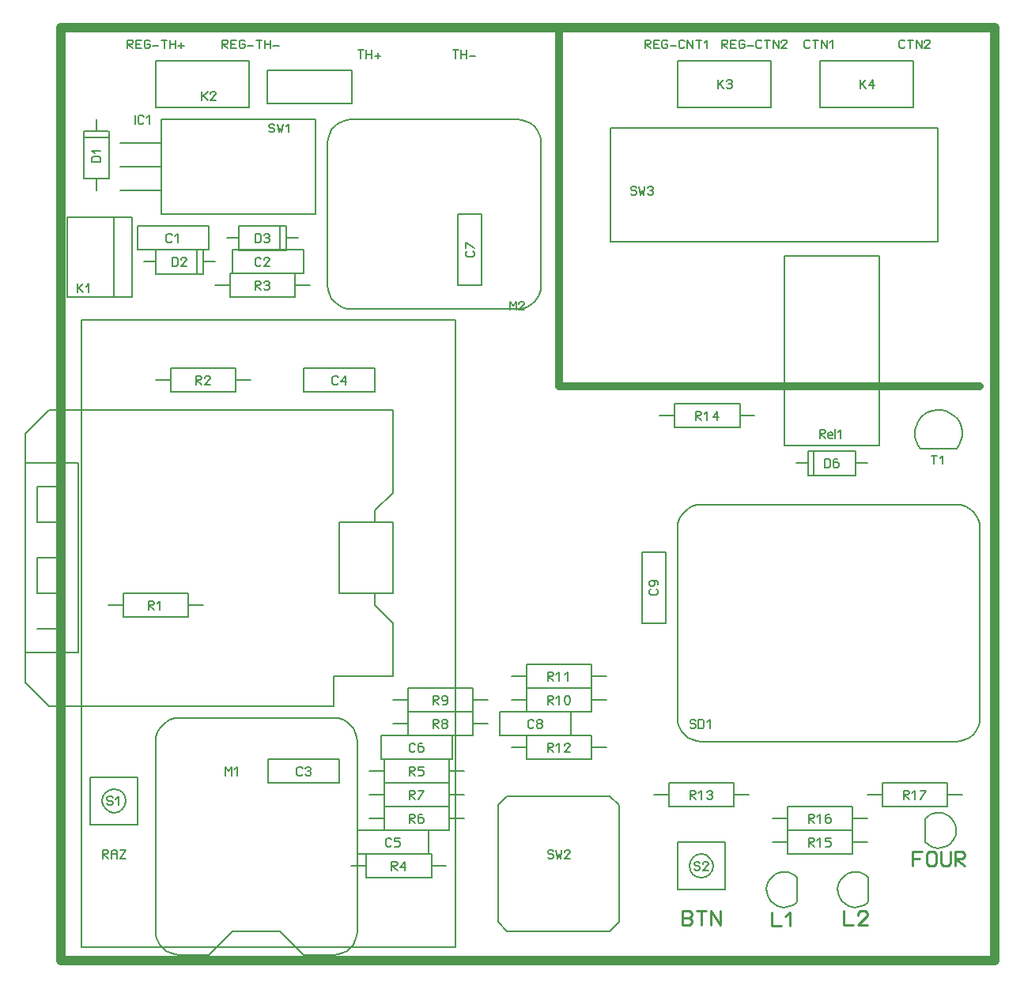
<source format=gto>
%FSLAX24Y24*%
%MOIN*%
%ADD10C,0.0060*%
%ADD11C,0.0069*%
%ADD12C,0.0099*%
%ADD13C,0.0320*%
%ADD14C,0.0394*%
D10*
G01X32202Y20821D02*
X32202Y21178D01*
X32202Y21178D02*
X32380Y21178D01*
X32380Y21178D02*
X32440Y21119D01*
X32440Y21119D02*
X32440Y20880D01*
X32440Y20880D02*
X32380Y20821D01*
X32380Y20821D02*
X32202Y20821D01*
X32738Y21178D02*
X32619Y21178D01*
X32619Y21178D02*
X32559Y21119D01*
X32559Y21119D02*
X32559Y20880D01*
X32559Y20880D02*
X32619Y20821D01*
X32619Y20821D02*
X32738Y20821D01*
X32738Y20821D02*
X32797Y20880D01*
X32797Y20880D02*
X32797Y20970D01*
X32797Y20970D02*
X32738Y21029D01*
X32738Y21029D02*
X32619Y21029D01*
X32619Y21029D02*
X32559Y20970D01*
X31994Y22056D02*
X31994Y22413D01*
X31994Y22413D02*
X32172Y22413D01*
X32172Y22413D02*
X32232Y22354D01*
X32232Y22354D02*
X32232Y22294D01*
X32232Y22294D02*
X32172Y22235D01*
X32172Y22235D02*
X31994Y22235D01*
X31994Y22235D02*
X32232Y22056D01*
X32351Y22175D02*
X32529Y22175D01*
X32529Y22175D02*
X32529Y22235D01*
X32529Y22235D02*
X32470Y22294D01*
X32470Y22294D02*
X32410Y22294D01*
X32410Y22294D02*
X32351Y22235D01*
X32351Y22235D02*
X32351Y22116D01*
X32351Y22116D02*
X32410Y22056D01*
X32410Y22056D02*
X32529Y22056D01*
X32648Y22056D02*
X32648Y22443D01*
X32886Y22056D02*
X32886Y22413D01*
X32886Y22413D02*
X32767Y22294D01*
X14702Y7821D02*
X14702Y8178D01*
X14702Y8178D02*
X14880Y8178D01*
X14880Y8178D02*
X14940Y8119D01*
X14940Y8119D02*
X14940Y8059D01*
X14940Y8059D02*
X14880Y8000D01*
X14880Y8000D02*
X14702Y8000D01*
X14702Y8000D02*
X14940Y7821D01*
X15059Y8178D02*
X15297Y8178D01*
X15059Y8178D02*
X15059Y8029D01*
X15059Y8029D02*
X15238Y8029D01*
X15238Y8029D02*
X15297Y7970D01*
X15297Y7970D02*
X15297Y7880D01*
X15297Y7880D02*
X15238Y7821D01*
X15238Y7821D02*
X15059Y7821D01*
X3702Y14821D02*
X3702Y15178D01*
X3702Y15178D02*
X3880Y15178D01*
X3880Y15178D02*
X3940Y15119D01*
X3940Y15119D02*
X3940Y15059D01*
X3940Y15059D02*
X3880Y15000D01*
X3880Y15000D02*
X3702Y15000D01*
X3702Y15000D02*
X3940Y14821D01*
X4178Y14821D02*
X4178Y15178D01*
X4178Y15178D02*
X4059Y15059D01*
X702Y28210D02*
X702Y28567D01*
X702Y28329D02*
X940Y28567D01*
X761Y28388D02*
X940Y28210D01*
X1178Y28210D02*
X1178Y28567D01*
X1178Y28567D02*
X1059Y28448D01*
X17369Y29940D02*
X17428Y29880D01*
X17428Y29880D02*
X17428Y29761D01*
X17428Y29761D02*
X17369Y29702D01*
X17369Y29702D02*
X17130Y29702D01*
X17130Y29702D02*
X17071Y29761D01*
X17071Y29761D02*
X17071Y29880D01*
X17071Y29880D02*
X17130Y29940D01*
X17071Y30059D02*
X17071Y30297D01*
X17071Y30297D02*
X17428Y30059D01*
X4690Y30380D02*
X4630Y30321D01*
X4630Y30321D02*
X4511Y30321D01*
X4511Y30321D02*
X4452Y30380D01*
X4452Y30380D02*
X4452Y30619D01*
X4452Y30619D02*
X4511Y30678D01*
X4511Y30678D02*
X4630Y30678D01*
X4630Y30678D02*
X4690Y30619D01*
X4928Y30321D02*
X4928Y30678D01*
X4928Y30678D02*
X4809Y30559D01*
X5702Y24321D02*
X5702Y24678D01*
X5702Y24678D02*
X5880Y24678D01*
X5880Y24678D02*
X5940Y24619D01*
X5940Y24619D02*
X5940Y24559D01*
X5940Y24559D02*
X5880Y24500D01*
X5880Y24500D02*
X5702Y24500D01*
X5702Y24500D02*
X5940Y24321D01*
X6059Y24559D02*
X6059Y24619D01*
X6059Y24619D02*
X6119Y24678D01*
X6119Y24678D02*
X6238Y24678D01*
X6238Y24678D02*
X6297Y24619D01*
X6297Y24619D02*
X6297Y24559D01*
X6297Y24559D02*
X6059Y24321D01*
X6059Y24321D02*
X6297Y24321D01*
X8773Y35019D02*
X8833Y34960D01*
X8833Y34960D02*
X8952Y34960D01*
X8952Y34960D02*
X9011Y35019D01*
X9011Y35019D02*
X9011Y35079D01*
X9011Y35079D02*
X8952Y35138D01*
X8952Y35138D02*
X8833Y35138D01*
X8952Y35317D02*
X9011Y35257D01*
X8833Y35317D02*
X8952Y35317D01*
X8773Y35257D02*
X8833Y35317D01*
X8773Y35198D02*
X8773Y35257D01*
X8833Y35138D02*
X8773Y35198D01*
X9130Y35317D02*
X9190Y34960D01*
X9190Y34960D02*
X9250Y35138D01*
X9250Y35138D02*
X9309Y34960D01*
X9309Y34960D02*
X9369Y35317D01*
X9607Y34960D02*
X9607Y35317D01*
X9607Y35317D02*
X9488Y35198D01*
X26523Y9880D02*
X26583Y9821D01*
X26583Y9821D02*
X26702Y9821D01*
X26702Y9821D02*
X26761Y9880D01*
X26761Y9880D02*
X26761Y9940D01*
X26761Y9940D02*
X26702Y10000D01*
X26702Y10000D02*
X26583Y10000D01*
X26702Y10178D02*
X26761Y10119D01*
X26583Y10178D02*
X26702Y10178D01*
X26523Y10119D02*
X26583Y10178D01*
X26523Y10059D02*
X26523Y10119D01*
X26583Y10000D02*
X26523Y10059D01*
X26880Y9821D02*
X26880Y10178D01*
X26880Y10178D02*
X27059Y10178D01*
X27059Y10178D02*
X27119Y10119D01*
X27119Y10119D02*
X27119Y9880D01*
X27119Y9880D02*
X27059Y9821D01*
X27059Y9821D02*
X26880Y9821D01*
X27357Y9821D02*
X27357Y10178D01*
X27357Y10178D02*
X27238Y10059D01*
X35523Y6821D02*
X35523Y7178D01*
X35523Y7178D02*
X35702Y7178D01*
X35702Y7178D02*
X35761Y7119D01*
X35761Y7119D02*
X35761Y7059D01*
X35761Y7059D02*
X35702Y7000D01*
X35702Y7000D02*
X35523Y7000D01*
X35523Y7000D02*
X35761Y6821D01*
X36000Y6821D02*
X36000Y7178D01*
X36000Y7178D02*
X35880Y7059D01*
X36238Y7178D02*
X36476Y7178D01*
X36476Y7178D02*
X36238Y6821D01*
X27702Y36821D02*
X27702Y37178D01*
X27702Y36940D02*
X27940Y37178D01*
X27761Y37000D02*
X27940Y36821D01*
X28059Y37119D02*
X28119Y37178D01*
X28119Y37178D02*
X28238Y37178D01*
X28238Y37178D02*
X28297Y37119D01*
X28297Y37119D02*
X28297Y37059D01*
X28297Y37059D02*
X28238Y37000D01*
X28238Y37000D02*
X28148Y37000D01*
X28238Y37000D02*
X28297Y36940D01*
X28297Y36940D02*
X28297Y36880D01*
X28297Y36880D02*
X28238Y36821D01*
X28238Y36821D02*
X28119Y36821D01*
X28119Y36821D02*
X28059Y36880D01*
X20523Y11821D02*
X20523Y12178D01*
X20523Y12178D02*
X20702Y12178D01*
X20702Y12178D02*
X20761Y12119D01*
X20761Y12119D02*
X20761Y12059D01*
X20761Y12059D02*
X20702Y12000D01*
X20702Y12000D02*
X20523Y12000D01*
X20523Y12000D02*
X20761Y11821D01*
X21000Y11821D02*
X21000Y12178D01*
X21000Y12178D02*
X20880Y12059D01*
X21357Y11821D02*
X21357Y12178D01*
X21357Y12178D02*
X21238Y12059D01*
X8202Y30321D02*
X8202Y30678D01*
X8202Y30678D02*
X8380Y30678D01*
X8380Y30678D02*
X8440Y30619D01*
X8440Y30619D02*
X8440Y30380D01*
X8440Y30380D02*
X8380Y30321D01*
X8380Y30321D02*
X8202Y30321D01*
X8559Y30619D02*
X8619Y30678D01*
X8619Y30678D02*
X8738Y30678D01*
X8738Y30678D02*
X8797Y30619D01*
X8797Y30619D02*
X8797Y30559D01*
X8797Y30559D02*
X8738Y30500D01*
X8738Y30500D02*
X8648Y30500D01*
X8738Y30500D02*
X8797Y30440D01*
X8797Y30440D02*
X8797Y30380D01*
X8797Y30380D02*
X8738Y30321D01*
X8738Y30321D02*
X8619Y30321D01*
X8619Y30321D02*
X8559Y30380D01*
X11690Y24380D02*
X11630Y24321D01*
X11630Y24321D02*
X11511Y24321D01*
X11511Y24321D02*
X11452Y24380D01*
X11452Y24380D02*
X11452Y24619D01*
X11452Y24619D02*
X11511Y24678D01*
X11511Y24678D02*
X11630Y24678D01*
X11630Y24678D02*
X11690Y24619D01*
X11988Y24321D02*
X11988Y24678D01*
X11988Y24678D02*
X11809Y24440D01*
X11809Y24440D02*
X12047Y24440D01*
X10190Y7880D02*
X10130Y7821D01*
X10130Y7821D02*
X10011Y7821D01*
X10011Y7821D02*
X9952Y7880D01*
X9952Y7880D02*
X9952Y8119D01*
X9952Y8119D02*
X10011Y8178D01*
X10011Y8178D02*
X10130Y8178D01*
X10130Y8178D02*
X10190Y8119D01*
X10309Y8119D02*
X10369Y8178D01*
X10369Y8178D02*
X10488Y8178D01*
X10488Y8178D02*
X10547Y8119D01*
X10547Y8119D02*
X10547Y8059D01*
X10547Y8059D02*
X10488Y8000D01*
X10488Y8000D02*
X10398Y8000D01*
X10488Y8000D02*
X10547Y7940D01*
X10547Y7940D02*
X10547Y7880D01*
X10547Y7880D02*
X10488Y7821D01*
X10488Y7821D02*
X10369Y7821D01*
X10369Y7821D02*
X10309Y7880D01*
X13952Y3821D02*
X13952Y4178D01*
X13952Y4178D02*
X14130Y4178D01*
X14130Y4178D02*
X14190Y4119D01*
X14190Y4119D02*
X14190Y4059D01*
X14190Y4059D02*
X14130Y4000D01*
X14130Y4000D02*
X13952Y4000D01*
X13952Y4000D02*
X14190Y3821D01*
X14488Y3821D02*
X14488Y4178D01*
X14488Y4178D02*
X14309Y3940D01*
X14309Y3940D02*
X14547Y3940D01*
X15702Y9821D02*
X15702Y10178D01*
X15702Y10178D02*
X15880Y10178D01*
X15880Y10178D02*
X15940Y10119D01*
X15940Y10119D02*
X15940Y10059D01*
X15940Y10059D02*
X15880Y10000D01*
X15880Y10000D02*
X15702Y10000D01*
X15702Y10000D02*
X15940Y9821D01*
X16119Y9821D02*
X16059Y9880D01*
X16059Y9880D02*
X16059Y9940D01*
X16059Y9940D02*
X16119Y10000D01*
X16119Y10000D02*
X16238Y10000D01*
X16238Y10000D02*
X16297Y10059D01*
X16297Y10059D02*
X16297Y10119D01*
X16297Y10119D02*
X16238Y10178D01*
X16238Y10178D02*
X16119Y10178D01*
X16119Y10178D02*
X16059Y10119D01*
X16059Y10119D02*
X16059Y10059D01*
X16059Y10059D02*
X16119Y10000D01*
X16238Y10000D02*
X16297Y9940D01*
X16297Y9940D02*
X16297Y9880D01*
X16297Y9880D02*
X16238Y9821D01*
X16238Y9821D02*
X16119Y9821D01*
X8440Y29380D02*
X8380Y29321D01*
X8380Y29321D02*
X8261Y29321D01*
X8261Y29321D02*
X8202Y29380D01*
X8202Y29380D02*
X8202Y29619D01*
X8202Y29619D02*
X8261Y29678D01*
X8261Y29678D02*
X8380Y29678D01*
X8380Y29678D02*
X8440Y29619D01*
X8559Y29559D02*
X8559Y29619D01*
X8559Y29619D02*
X8619Y29678D01*
X8619Y29678D02*
X8738Y29678D01*
X8738Y29678D02*
X8797Y29619D01*
X8797Y29619D02*
X8797Y29559D01*
X8797Y29559D02*
X8559Y29321D01*
X8559Y29321D02*
X8797Y29321D01*
X20523Y4380D02*
X20583Y4321D01*
X20583Y4321D02*
X20702Y4321D01*
X20702Y4321D02*
X20761Y4380D01*
X20761Y4380D02*
X20761Y4440D01*
X20761Y4440D02*
X20702Y4500D01*
X20702Y4500D02*
X20583Y4500D01*
X20702Y4678D02*
X20761Y4619D01*
X20583Y4678D02*
X20702Y4678D01*
X20523Y4619D02*
X20583Y4678D01*
X20523Y4559D02*
X20523Y4619D01*
X20583Y4500D02*
X20523Y4559D01*
X20880Y4678D02*
X20940Y4321D01*
X20940Y4321D02*
X21000Y4500D01*
X21000Y4500D02*
X21059Y4321D01*
X21059Y4321D02*
X21119Y4678D01*
X21238Y4559D02*
X21238Y4619D01*
X21238Y4619D02*
X21297Y4678D01*
X21297Y4678D02*
X21416Y4678D01*
X21416Y4678D02*
X21476Y4619D01*
X21476Y4619D02*
X21476Y4559D01*
X21476Y4559D02*
X21238Y4321D01*
X21238Y4321D02*
X21476Y4321D01*
X1952Y6630D02*
X2011Y6571D01*
X2011Y6571D02*
X2130Y6571D01*
X2130Y6571D02*
X2190Y6630D01*
X2190Y6630D02*
X2190Y6690D01*
X2190Y6690D02*
X2130Y6750D01*
X2130Y6750D02*
X2011Y6750D01*
X2130Y6928D02*
X2190Y6869D01*
X2011Y6928D02*
X2130Y6928D01*
X1952Y6869D02*
X2011Y6928D01*
X1952Y6809D02*
X1952Y6869D01*
X2011Y6750D02*
X1952Y6809D01*
X2428Y6571D02*
X2428Y6928D01*
X2428Y6928D02*
X2309Y6809D01*
X6952Y7821D02*
X6952Y8178D01*
X6952Y8178D02*
X7071Y8000D01*
X7071Y8000D02*
X7190Y8178D01*
X7190Y8178D02*
X7190Y7821D01*
X7428Y7821D02*
X7428Y8178D01*
X7428Y8178D02*
X7309Y8059D01*
X36821Y20960D02*
X36821Y21317D01*
X36702Y21317D02*
X36940Y21317D01*
X37178Y20960D02*
X37178Y21317D01*
X37178Y21317D02*
X37059Y21198D01*
X26702Y3880D02*
X26761Y3821D01*
X26761Y3821D02*
X26880Y3821D01*
X26880Y3821D02*
X26940Y3880D01*
X26940Y3880D02*
X26940Y3940D01*
X26940Y3940D02*
X26880Y4000D01*
X26880Y4000D02*
X26761Y4000D01*
X26880Y4178D02*
X26940Y4119D01*
X26761Y4178D02*
X26880Y4178D01*
X26702Y4119D02*
X26761Y4178D01*
X26702Y4059D02*
X26702Y4119D01*
X26761Y4000D02*
X26702Y4059D01*
X27059Y4059D02*
X27059Y4119D01*
X27059Y4119D02*
X27119Y4178D01*
X27119Y4178D02*
X27238Y4178D01*
X27238Y4178D02*
X27297Y4119D01*
X27297Y4119D02*
X27297Y4059D01*
X27297Y4059D02*
X27059Y3821D01*
X27059Y3821D02*
X27297Y3821D01*
X25119Y15690D02*
X25178Y15630D01*
X25178Y15630D02*
X25178Y15511D01*
X25178Y15511D02*
X25119Y15452D01*
X25119Y15452D02*
X24880Y15452D01*
X24880Y15452D02*
X24821Y15511D01*
X24821Y15511D02*
X24821Y15630D01*
X24821Y15630D02*
X24880Y15690D01*
X25178Y15869D02*
X25178Y15988D01*
X25178Y15988D02*
X25119Y16047D01*
X25119Y16047D02*
X24880Y16047D01*
X24880Y16047D02*
X24821Y15988D01*
X24821Y15988D02*
X24821Y15869D01*
X24821Y15869D02*
X24880Y15809D01*
X24880Y15809D02*
X24970Y15809D01*
X24970Y15809D02*
X25029Y15869D01*
X25029Y15869D02*
X25029Y15988D01*
X25029Y15988D02*
X24970Y16047D01*
X20523Y10821D02*
X20523Y11178D01*
X20523Y11178D02*
X20702Y11178D01*
X20702Y11178D02*
X20761Y11119D01*
X20761Y11119D02*
X20761Y11059D01*
X20761Y11059D02*
X20702Y11000D01*
X20702Y11000D02*
X20523Y11000D01*
X20523Y11000D02*
X20761Y10821D01*
X21000Y10821D02*
X21000Y11178D01*
X21000Y11178D02*
X20880Y11059D01*
X21297Y10821D02*
X21238Y10940D01*
X21238Y10940D02*
X21238Y11059D01*
X21238Y11059D02*
X21297Y11178D01*
X21297Y11178D02*
X21416Y11178D01*
X21416Y11178D02*
X21476Y11059D01*
X21476Y11059D02*
X21476Y10940D01*
X21476Y10940D02*
X21416Y10821D01*
X21416Y10821D02*
X21297Y10821D01*
X33702Y36821D02*
X33702Y37178D01*
X33702Y36940D02*
X33940Y37178D01*
X33761Y37000D02*
X33940Y36821D01*
X34238Y36821D02*
X34238Y37178D01*
X34238Y37178D02*
X34059Y36940D01*
X34059Y36940D02*
X34297Y36940D01*
X26773Y22821D02*
X26773Y23178D01*
X26773Y23178D02*
X26952Y23178D01*
X26952Y23178D02*
X27011Y23119D01*
X27011Y23119D02*
X27011Y23059D01*
X27011Y23059D02*
X26952Y23000D01*
X26952Y23000D02*
X26773Y23000D01*
X26773Y23000D02*
X27011Y22821D01*
X27250Y22821D02*
X27250Y23178D01*
X27250Y23178D02*
X27130Y23059D01*
X27666Y22821D02*
X27666Y23178D01*
X27666Y23178D02*
X27488Y22940D01*
X27488Y22940D02*
X27726Y22940D01*
X26523Y6821D02*
X26523Y7178D01*
X26523Y7178D02*
X26702Y7178D01*
X26702Y7178D02*
X26761Y7119D01*
X26761Y7119D02*
X26761Y7059D01*
X26761Y7059D02*
X26702Y7000D01*
X26702Y7000D02*
X26523Y7000D01*
X26523Y7000D02*
X26761Y6821D01*
X27000Y6821D02*
X27000Y7178D01*
X27000Y7178D02*
X26880Y7059D01*
X27238Y7119D02*
X27297Y7178D01*
X27297Y7178D02*
X27416Y7178D01*
X27416Y7178D02*
X27476Y7119D01*
X27476Y7119D02*
X27476Y7059D01*
X27476Y7059D02*
X27416Y7000D01*
X27416Y7000D02*
X27327Y7000D01*
X27416Y7000D02*
X27476Y6940D01*
X27476Y6940D02*
X27476Y6880D01*
X27476Y6880D02*
X27416Y6821D01*
X27416Y6821D02*
X27297Y6821D01*
X27297Y6821D02*
X27238Y6880D01*
X14702Y6821D02*
X14702Y7178D01*
X14702Y7178D02*
X14880Y7178D01*
X14880Y7178D02*
X14940Y7119D01*
X14940Y7119D02*
X14940Y7059D01*
X14940Y7059D02*
X14880Y7000D01*
X14880Y7000D02*
X14702Y7000D01*
X14702Y7000D02*
X14940Y6821D01*
X15059Y7178D02*
X15297Y7178D01*
X15297Y7178D02*
X15059Y6821D01*
X4702Y29321D02*
X4702Y29678D01*
X4702Y29678D02*
X4880Y29678D01*
X4880Y29678D02*
X4940Y29619D01*
X4940Y29619D02*
X4940Y29380D01*
X4940Y29380D02*
X4880Y29321D01*
X4880Y29321D02*
X4702Y29321D01*
X5059Y29559D02*
X5059Y29619D01*
X5059Y29619D02*
X5119Y29678D01*
X5119Y29678D02*
X5238Y29678D01*
X5238Y29678D02*
X5297Y29619D01*
X5297Y29619D02*
X5297Y29559D01*
X5297Y29559D02*
X5059Y29321D01*
X5059Y29321D02*
X5297Y29321D01*
X8202Y28321D02*
X8202Y28678D01*
X8202Y28678D02*
X8380Y28678D01*
X8380Y28678D02*
X8440Y28619D01*
X8440Y28619D02*
X8440Y28559D01*
X8440Y28559D02*
X8380Y28500D01*
X8380Y28500D02*
X8202Y28500D01*
X8202Y28500D02*
X8440Y28321D01*
X8559Y28619D02*
X8619Y28678D01*
X8619Y28678D02*
X8738Y28678D01*
X8738Y28678D02*
X8797Y28619D01*
X8797Y28619D02*
X8797Y28559D01*
X8797Y28559D02*
X8738Y28500D01*
X8738Y28500D02*
X8648Y28500D01*
X8738Y28500D02*
X8797Y28440D01*
X8797Y28440D02*
X8797Y28380D01*
X8797Y28380D02*
X8738Y28321D01*
X8738Y28321D02*
X8619Y28321D01*
X8619Y28321D02*
X8559Y28380D01*
X15702Y10821D02*
X15702Y11178D01*
X15702Y11178D02*
X15880Y11178D01*
X15880Y11178D02*
X15940Y11119D01*
X15940Y11119D02*
X15940Y11059D01*
X15940Y11059D02*
X15880Y11000D01*
X15880Y11000D02*
X15702Y11000D01*
X15702Y11000D02*
X15940Y10821D01*
X16119Y10821D02*
X16238Y10821D01*
X16238Y10821D02*
X16297Y10880D01*
X16297Y10880D02*
X16297Y11119D01*
X16297Y11119D02*
X16238Y11178D01*
X16238Y11178D02*
X16119Y11178D01*
X16119Y11178D02*
X16059Y11119D01*
X16059Y11119D02*
X16059Y11029D01*
X16059Y11029D02*
X16119Y10970D01*
X16119Y10970D02*
X16238Y10970D01*
X16238Y10970D02*
X16297Y11029D01*
X14702Y5821D02*
X14702Y6178D01*
X14702Y6178D02*
X14880Y6178D01*
X14880Y6178D02*
X14940Y6119D01*
X14940Y6119D02*
X14940Y6059D01*
X14940Y6059D02*
X14880Y6000D01*
X14880Y6000D02*
X14702Y6000D01*
X14702Y6000D02*
X14940Y5821D01*
X15238Y6178D02*
X15119Y6178D01*
X15119Y6178D02*
X15059Y6119D01*
X15059Y6119D02*
X15059Y5880D01*
X15059Y5880D02*
X15119Y5821D01*
X15119Y5821D02*
X15238Y5821D01*
X15238Y5821D02*
X15297Y5880D01*
X15297Y5880D02*
X15297Y5970D01*
X15297Y5970D02*
X15238Y6029D01*
X15238Y6029D02*
X15119Y6029D01*
X15119Y6029D02*
X15059Y5970D01*
X1678Y33702D02*
X1321Y33702D01*
X1321Y33702D02*
X1321Y33880D01*
X1321Y33880D02*
X1380Y33940D01*
X1380Y33940D02*
X1619Y33940D01*
X1619Y33940D02*
X1678Y33880D01*
X1678Y33880D02*
X1678Y33702D01*
X1678Y34178D02*
X1321Y34178D01*
X1321Y34178D02*
X1440Y34059D01*
X31523Y5821D02*
X31523Y6178D01*
X31523Y6178D02*
X31702Y6178D01*
X31702Y6178D02*
X31761Y6119D01*
X31761Y6119D02*
X31761Y6059D01*
X31761Y6059D02*
X31702Y6000D01*
X31702Y6000D02*
X31523Y6000D01*
X31523Y6000D02*
X31761Y5821D01*
X32000Y5821D02*
X32000Y6178D01*
X32000Y6178D02*
X31880Y6059D01*
X32416Y6178D02*
X32297Y6178D01*
X32297Y6178D02*
X32238Y6119D01*
X32238Y6119D02*
X32238Y5880D01*
X32238Y5880D02*
X32297Y5821D01*
X32297Y5821D02*
X32416Y5821D01*
X32416Y5821D02*
X32476Y5880D01*
X32476Y5880D02*
X32476Y5970D01*
X32476Y5970D02*
X32416Y6029D01*
X32416Y6029D02*
X32297Y6029D01*
X32297Y6029D02*
X32238Y5970D01*
X24023Y32380D02*
X24083Y32321D01*
X24083Y32321D02*
X24202Y32321D01*
X24202Y32321D02*
X24261Y32380D01*
X24261Y32380D02*
X24261Y32440D01*
X24261Y32440D02*
X24202Y32500D01*
X24202Y32500D02*
X24083Y32500D01*
X24202Y32678D02*
X24261Y32619D01*
X24083Y32678D02*
X24202Y32678D01*
X24023Y32619D02*
X24083Y32678D01*
X24023Y32559D02*
X24023Y32619D01*
X24083Y32500D02*
X24023Y32559D01*
X24380Y32678D02*
X24440Y32321D01*
X24440Y32321D02*
X24500Y32500D01*
X24500Y32500D02*
X24559Y32321D01*
X24559Y32321D02*
X24619Y32678D01*
X24738Y32619D02*
X24797Y32678D01*
X24797Y32678D02*
X24916Y32678D01*
X24916Y32678D02*
X24976Y32619D01*
X24976Y32619D02*
X24976Y32559D01*
X24976Y32559D02*
X24916Y32500D01*
X24916Y32500D02*
X24827Y32500D01*
X24916Y32500D02*
X24976Y32440D01*
X24976Y32440D02*
X24976Y32380D01*
X24976Y32380D02*
X24916Y32321D01*
X24916Y32321D02*
X24797Y32321D01*
X24797Y32321D02*
X24738Y32380D01*
X14940Y8880D02*
X14880Y8821D01*
X14880Y8821D02*
X14761Y8821D01*
X14761Y8821D02*
X14702Y8880D01*
X14702Y8880D02*
X14702Y9119D01*
X14702Y9119D02*
X14761Y9178D01*
X14761Y9178D02*
X14880Y9178D01*
X14880Y9178D02*
X14940Y9119D01*
X15238Y9178D02*
X15119Y9178D01*
X15119Y9178D02*
X15059Y9119D01*
X15059Y9119D02*
X15059Y8880D01*
X15059Y8880D02*
X15119Y8821D01*
X15119Y8821D02*
X15238Y8821D01*
X15238Y8821D02*
X15297Y8880D01*
X15297Y8880D02*
X15297Y8970D01*
X15297Y8970D02*
X15238Y9029D01*
X15238Y9029D02*
X15119Y9029D01*
X15119Y9029D02*
X15059Y8970D01*
X3142Y35321D02*
X3142Y35678D01*
X3500Y35380D02*
X3440Y35321D01*
X3440Y35321D02*
X3321Y35321D01*
X3321Y35321D02*
X3261Y35380D01*
X3261Y35380D02*
X3261Y35619D01*
X3261Y35619D02*
X3321Y35678D01*
X3321Y35678D02*
X3440Y35678D01*
X3440Y35678D02*
X3500Y35619D01*
X3738Y35321D02*
X3738Y35678D01*
X3738Y35678D02*
X3619Y35559D01*
X20523Y8821D02*
X20523Y9178D01*
X20523Y9178D02*
X20702Y9178D01*
X20702Y9178D02*
X20761Y9119D01*
X20761Y9119D02*
X20761Y9059D01*
X20761Y9059D02*
X20702Y9000D01*
X20702Y9000D02*
X20523Y9000D01*
X20523Y9000D02*
X20761Y8821D01*
X21000Y8821D02*
X21000Y9178D01*
X21000Y9178D02*
X20880Y9059D01*
X21238Y9059D02*
X21238Y9119D01*
X21238Y9119D02*
X21297Y9178D01*
X21297Y9178D02*
X21416Y9178D01*
X21416Y9178D02*
X21476Y9119D01*
X21476Y9119D02*
X21476Y9059D01*
X21476Y9059D02*
X21238Y8821D01*
X21238Y8821D02*
X21476Y8821D01*
X19940Y9880D02*
X19880Y9821D01*
X19880Y9821D02*
X19761Y9821D01*
X19761Y9821D02*
X19702Y9880D01*
X19702Y9880D02*
X19702Y10119D01*
X19702Y10119D02*
X19761Y10178D01*
X19761Y10178D02*
X19880Y10178D01*
X19880Y10178D02*
X19940Y10119D01*
X20119Y9821D02*
X20059Y9880D01*
X20059Y9880D02*
X20059Y9940D01*
X20059Y9940D02*
X20119Y10000D01*
X20119Y10000D02*
X20238Y10000D01*
X20238Y10000D02*
X20297Y10059D01*
X20297Y10059D02*
X20297Y10119D01*
X20297Y10119D02*
X20238Y10178D01*
X20238Y10178D02*
X20119Y10178D01*
X20119Y10178D02*
X20059Y10119D01*
X20059Y10119D02*
X20059Y10059D01*
X20059Y10059D02*
X20119Y10000D01*
X20238Y10000D02*
X20297Y9940D01*
X20297Y9940D02*
X20297Y9880D01*
X20297Y9880D02*
X20238Y9821D01*
X20238Y9821D02*
X20119Y9821D01*
X31523Y4821D02*
X31523Y5178D01*
X31523Y5178D02*
X31702Y5178D01*
X31702Y5178D02*
X31761Y5119D01*
X31761Y5119D02*
X31761Y5059D01*
X31761Y5059D02*
X31702Y5000D01*
X31702Y5000D02*
X31523Y5000D01*
X31523Y5000D02*
X31761Y4821D01*
X32000Y4821D02*
X32000Y5178D01*
X32000Y5178D02*
X31880Y5059D01*
X32238Y5178D02*
X32476Y5178D01*
X32238Y5178D02*
X32238Y5029D01*
X32238Y5029D02*
X32416Y5029D01*
X32416Y5029D02*
X32476Y4970D01*
X32476Y4970D02*
X32476Y4880D01*
X32476Y4880D02*
X32416Y4821D01*
X32416Y4821D02*
X32238Y4821D01*
X5952Y36321D02*
X5952Y36678D01*
X5952Y36440D02*
X6190Y36678D01*
X6011Y36500D02*
X6190Y36321D01*
X6309Y36559D02*
X6309Y36619D01*
X6309Y36619D02*
X6369Y36678D01*
X6369Y36678D02*
X6488Y36678D01*
X6488Y36678D02*
X6547Y36619D01*
X6547Y36619D02*
X6547Y36559D01*
X6547Y36559D02*
X6309Y36321D01*
X6309Y36321D02*
X6547Y36321D01*
X18952Y27460D02*
X18952Y27817D01*
X18952Y27817D02*
X19071Y27638D01*
X19071Y27638D02*
X19190Y27817D01*
X19190Y27817D02*
X19190Y27460D01*
X19309Y27698D02*
X19309Y27757D01*
X19309Y27757D02*
X19369Y27817D01*
X19369Y27817D02*
X19488Y27817D01*
X19488Y27817D02*
X19547Y27757D01*
X19547Y27757D02*
X19547Y27698D01*
X19547Y27698D02*
X19309Y27460D01*
X19309Y27460D02*
X19547Y27460D01*
X13940Y4880D02*
X13880Y4821D01*
X13880Y4821D02*
X13761Y4821D01*
X13761Y4821D02*
X13702Y4880D01*
X13702Y4880D02*
X13702Y5119D01*
X13702Y5119D02*
X13761Y5178D01*
X13761Y5178D02*
X13880Y5178D01*
X13880Y5178D02*
X13940Y5119D01*
X14059Y5178D02*
X14297Y5178D01*
X14059Y5178D02*
X14059Y5029D01*
X14059Y5029D02*
X14238Y5029D01*
X14238Y5029D02*
X14297Y4970D01*
X14297Y4970D02*
X14297Y4880D01*
X14297Y4880D02*
X14238Y4821D01*
X14238Y4821D02*
X14059Y4821D01*
X1773Y4321D02*
X1773Y4678D01*
X1773Y4678D02*
X1952Y4678D01*
X1952Y4678D02*
X2011Y4619D01*
X2011Y4619D02*
X2011Y4559D01*
X2011Y4559D02*
X1952Y4500D01*
X1952Y4500D02*
X1773Y4500D01*
X1773Y4500D02*
X2011Y4321D01*
X2130Y4321D02*
X2130Y4619D01*
X2130Y4619D02*
X2190Y4678D01*
X2190Y4678D02*
X2309Y4678D01*
X2309Y4678D02*
X2369Y4619D01*
X2369Y4619D02*
X2369Y4321D01*
X2130Y4500D02*
X2369Y4500D01*
X2488Y4678D02*
X2726Y4678D01*
X2726Y4678D02*
X2488Y4321D01*
X2488Y4321D02*
X2726Y4321D01*
X12642Y38071D02*
X12642Y38428D01*
X12523Y38428D02*
X12761Y38428D01*
X12880Y38071D02*
X12880Y38428D01*
X13119Y38428D02*
X13119Y38071D01*
X12880Y38250D02*
X13119Y38250D01*
X13238Y38190D02*
X13476Y38190D01*
X13357Y38309D02*
X13357Y38071D01*
X16642Y38071D02*
X16642Y38428D01*
X16523Y38428D02*
X16761Y38428D01*
X16880Y38071D02*
X16880Y38428D01*
X17119Y38428D02*
X17119Y38071D01*
X16880Y38250D02*
X17119Y38250D01*
X17238Y38190D02*
X17476Y38190D01*
X27880Y38500D02*
X27880Y38857D01*
X27880Y38857D02*
X28059Y38857D01*
X28059Y38857D02*
X28119Y38797D01*
X28119Y38797D02*
X28119Y38738D01*
X28119Y38738D02*
X28059Y38678D01*
X28059Y38678D02*
X27880Y38678D01*
X27880Y38678D02*
X28119Y38500D01*
X28238Y38500D02*
X28238Y38857D01*
X28238Y38857D02*
X28476Y38857D01*
X28416Y38678D02*
X28238Y38678D01*
X28238Y38500D02*
X28476Y38500D01*
X28714Y38678D02*
X28833Y38678D01*
X28833Y38678D02*
X28833Y38559D01*
X28833Y38559D02*
X28773Y38500D01*
X28773Y38500D02*
X28654Y38500D01*
X28654Y38500D02*
X28595Y38559D01*
X28595Y38559D02*
X28595Y38797D01*
X28595Y38797D02*
X28654Y38857D01*
X28654Y38857D02*
X28773Y38857D01*
X28773Y38857D02*
X28833Y38797D01*
X28952Y38619D02*
X29190Y38619D01*
X29547Y38559D02*
X29488Y38500D01*
X29488Y38500D02*
X29369Y38500D01*
X29369Y38500D02*
X29309Y38559D01*
X29309Y38559D02*
X29309Y38797D01*
X29309Y38797D02*
X29369Y38857D01*
X29369Y38857D02*
X29488Y38857D01*
X29488Y38857D02*
X29547Y38797D01*
X29785Y38500D02*
X29785Y38857D01*
X29666Y38857D02*
X29904Y38857D01*
X30023Y38500D02*
X30023Y38857D01*
X30023Y38857D02*
X30261Y38500D01*
X30261Y38500D02*
X30261Y38857D01*
X30380Y38738D02*
X30380Y38797D01*
X30380Y38797D02*
X30440Y38857D01*
X30440Y38857D02*
X30559Y38857D01*
X30559Y38857D02*
X30619Y38797D01*
X30619Y38797D02*
X30619Y38738D01*
X30619Y38738D02*
X30380Y38500D01*
X30380Y38500D02*
X30619Y38500D01*
X2809Y38500D02*
X2809Y38857D01*
X2809Y38857D02*
X2988Y38857D01*
X2988Y38857D02*
X3047Y38797D01*
X3047Y38797D02*
X3047Y38738D01*
X3047Y38738D02*
X2988Y38678D01*
X2988Y38678D02*
X2809Y38678D01*
X2809Y38678D02*
X3047Y38500D01*
X3166Y38500D02*
X3166Y38857D01*
X3166Y38857D02*
X3404Y38857D01*
X3345Y38678D02*
X3166Y38678D01*
X3166Y38500D02*
X3404Y38500D01*
X3642Y38678D02*
X3761Y38678D01*
X3761Y38678D02*
X3761Y38559D01*
X3761Y38559D02*
X3702Y38500D01*
X3702Y38500D02*
X3583Y38500D01*
X3583Y38500D02*
X3523Y38559D01*
X3523Y38559D02*
X3523Y38797D01*
X3523Y38797D02*
X3583Y38857D01*
X3583Y38857D02*
X3702Y38857D01*
X3702Y38857D02*
X3761Y38797D01*
X3880Y38619D02*
X4119Y38619D01*
X4357Y38500D02*
X4357Y38857D01*
X4238Y38857D02*
X4476Y38857D01*
X4595Y38500D02*
X4595Y38857D01*
X4833Y38857D02*
X4833Y38500D01*
X4595Y38678D02*
X4833Y38678D01*
X4952Y38619D02*
X5190Y38619D01*
X5071Y38738D02*
X5071Y38500D01*
X35583Y38559D02*
X35523Y38500D01*
X35523Y38500D02*
X35404Y38500D01*
X35404Y38500D02*
X35345Y38559D01*
X35345Y38559D02*
X35345Y38797D01*
X35345Y38797D02*
X35404Y38857D01*
X35404Y38857D02*
X35523Y38857D01*
X35523Y38857D02*
X35583Y38797D01*
X35821Y38500D02*
X35821Y38857D01*
X35702Y38857D02*
X35940Y38857D01*
X36059Y38500D02*
X36059Y38857D01*
X36059Y38857D02*
X36297Y38500D01*
X36297Y38500D02*
X36297Y38857D01*
X36416Y38738D02*
X36416Y38797D01*
X36416Y38797D02*
X36476Y38857D01*
X36476Y38857D02*
X36595Y38857D01*
X36595Y38857D02*
X36654Y38797D01*
X36654Y38797D02*
X36654Y38738D01*
X36654Y38738D02*
X36416Y38500D01*
X36416Y38500D02*
X36654Y38500D01*
X24630Y38500D02*
X24630Y38857D01*
X24630Y38857D02*
X24809Y38857D01*
X24809Y38857D02*
X24869Y38797D01*
X24869Y38797D02*
X24869Y38738D01*
X24869Y38738D02*
X24809Y38678D01*
X24809Y38678D02*
X24630Y38678D01*
X24630Y38678D02*
X24869Y38500D01*
X24988Y38500D02*
X24988Y38857D01*
X24988Y38857D02*
X25226Y38857D01*
X25166Y38678D02*
X24988Y38678D01*
X24988Y38500D02*
X25226Y38500D01*
X25464Y38678D02*
X25583Y38678D01*
X25583Y38678D02*
X25583Y38559D01*
X25583Y38559D02*
X25523Y38500D01*
X25523Y38500D02*
X25404Y38500D01*
X25404Y38500D02*
X25345Y38559D01*
X25345Y38559D02*
X25345Y38797D01*
X25345Y38797D02*
X25404Y38857D01*
X25404Y38857D02*
X25523Y38857D01*
X25523Y38857D02*
X25583Y38797D01*
X25702Y38619D02*
X25940Y38619D01*
X26297Y38559D02*
X26238Y38500D01*
X26238Y38500D02*
X26119Y38500D01*
X26119Y38500D02*
X26059Y38559D01*
X26059Y38559D02*
X26059Y38797D01*
X26059Y38797D02*
X26119Y38857D01*
X26119Y38857D02*
X26238Y38857D01*
X26238Y38857D02*
X26297Y38797D01*
X26416Y38500D02*
X26416Y38857D01*
X26416Y38857D02*
X26654Y38500D01*
X26654Y38500D02*
X26654Y38857D01*
X26892Y38500D02*
X26892Y38857D01*
X26773Y38857D02*
X27011Y38857D01*
X27250Y38500D02*
X27250Y38857D01*
X27250Y38857D02*
X27130Y38738D01*
X31583Y38559D02*
X31523Y38500D01*
X31523Y38500D02*
X31404Y38500D01*
X31404Y38500D02*
X31345Y38559D01*
X31345Y38559D02*
X31345Y38797D01*
X31345Y38797D02*
X31404Y38857D01*
X31404Y38857D02*
X31523Y38857D01*
X31523Y38857D02*
X31583Y38797D01*
X31821Y38500D02*
X31821Y38857D01*
X31702Y38857D02*
X31940Y38857D01*
X32059Y38500D02*
X32059Y38857D01*
X32059Y38857D02*
X32297Y38500D01*
X32297Y38500D02*
X32297Y38857D01*
X32535Y38500D02*
X32535Y38857D01*
X32535Y38857D02*
X32416Y38738D01*
X6809Y38500D02*
X6809Y38857D01*
X6809Y38857D02*
X6988Y38857D01*
X6988Y38857D02*
X7047Y38797D01*
X7047Y38797D02*
X7047Y38738D01*
X7047Y38738D02*
X6988Y38678D01*
X6988Y38678D02*
X6809Y38678D01*
X6809Y38678D02*
X7047Y38500D01*
X7166Y38500D02*
X7166Y38857D01*
X7166Y38857D02*
X7404Y38857D01*
X7345Y38678D02*
X7166Y38678D01*
X7166Y38500D02*
X7404Y38500D01*
X7642Y38678D02*
X7761Y38678D01*
X7761Y38678D02*
X7761Y38559D01*
X7761Y38559D02*
X7702Y38500D01*
X7702Y38500D02*
X7583Y38500D01*
X7583Y38500D02*
X7523Y38559D01*
X7523Y38559D02*
X7523Y38797D01*
X7523Y38797D02*
X7583Y38857D01*
X7583Y38857D02*
X7702Y38857D01*
X7702Y38857D02*
X7761Y38797D01*
X7880Y38619D02*
X8119Y38619D01*
X8357Y38500D02*
X8357Y38857D01*
X8238Y38857D02*
X8476Y38857D01*
X8595Y38500D02*
X8595Y38857D01*
X8833Y38857D02*
X8833Y38500D01*
X8595Y38678D02*
X8833Y38678D01*
X8952Y38619D02*
X9190Y38619D01*
D11*
G01X34000Y21000D02*
X33500Y21000D01*
X33500Y20474D02*
X33500Y21525D01*
X31000Y21000D02*
X31500Y21000D01*
X31500Y20474D02*
X31500Y21500D01*
X33500Y20474D02*
X31500Y20474D01*
X33500Y21525D02*
X31500Y21525D01*
X31749Y20474D02*
X31749Y21525D01*
X34500Y21750D02*
X34500Y29750D01*
X34500Y21750D02*
X30499Y21750D01*
X34500Y29750D02*
X30500Y29750D01*
X30499Y21750D02*
X30500Y29750D01*
X13625Y7500D02*
X16375Y7500D01*
X13000Y8000D02*
X13625Y8000D01*
X13625Y8500D02*
X13625Y7500D01*
X13625Y8500D02*
X16375Y8500D01*
X16375Y8500D02*
X16375Y7500D01*
X17000Y8000D02*
X16375Y8000D01*
X5374Y15500D02*
X2625Y15500D01*
X5999Y15000D02*
X5374Y15000D01*
X5374Y14500D02*
X5374Y15500D01*
X5374Y14500D02*
X2625Y14500D01*
X2625Y14500D02*
X2625Y15500D01*
X2000Y15000D02*
X2625Y15000D01*
X265Y28015D02*
X265Y31362D01*
X2234Y28015D02*
X2234Y31362D01*
X265Y28015D02*
X3021Y28015D01*
X265Y31362D02*
X3021Y31362D01*
X3021Y28015D02*
X3021Y31362D01*
X16750Y28500D02*
X16750Y31500D01*
X16750Y28500D02*
X17750Y28500D01*
X16750Y31500D02*
X17750Y31500D01*
X17750Y28500D02*
X17750Y31500D01*
X3250Y31000D02*
X6250Y31000D01*
X3250Y31000D02*
X3250Y30000D01*
X6250Y31000D02*
X6250Y30000D01*
X3250Y30000D02*
X6250Y30000D01*
X7375Y25000D02*
X4625Y25000D01*
X8000Y24500D02*
X7375Y24500D01*
X7375Y24000D02*
X7375Y25000D01*
X7375Y24000D02*
X4625Y24000D01*
X4625Y24000D02*
X4625Y25000D01*
X4000Y24500D02*
X4625Y24500D01*
X8712Y36171D02*
X12255Y36171D01*
X8712Y37588D02*
X8712Y36171D01*
X8712Y37588D02*
X12255Y37588D01*
X12255Y37588D02*
X12255Y36171D01*
X37750Y9250D02*
X26999Y9250D01*
X26000Y10250D02*
X26000Y18250D01*
X37750Y19250D02*
X27000Y19250D01*
X38750Y10249D02*
X38750Y18249D01*
X27000Y19250D02*
X26798Y19229D01*
X26610Y19171D01*
X26440Y19079D01*
X26292Y18957D01*
X26170Y18809D01*
X26078Y18639D01*
X26020Y18451D01*
X26000Y18250D01*
X38750Y18249D02*
X38729Y18451D01*
X38671Y18639D01*
X38579Y18809D01*
X38457Y18957D01*
X38309Y19079D01*
X38139Y19171D01*
X37951Y19229D01*
X37750Y19250D01*
X26000Y10250D02*
X26020Y10048D01*
X26078Y9860D01*
X26170Y9690D01*
X26292Y9542D01*
X26440Y9420D01*
X26610Y9328D01*
X26798Y9270D01*
X26999Y9250D01*
X37750Y9249D02*
X37951Y9270D01*
X38139Y9328D01*
X38309Y9420D01*
X38457Y9542D01*
X38579Y9690D01*
X38671Y9860D01*
X38729Y10048D01*
X38750Y10249D01*
X34625Y6500D02*
X37374Y6500D01*
X34000Y7000D02*
X34625Y7000D01*
X34625Y7500D02*
X34625Y6500D01*
X34625Y7500D02*
X37374Y7500D01*
X37374Y7500D02*
X37374Y6500D01*
X37999Y7000D02*
X37374Y7000D01*
X26015Y37984D02*
X29952Y37984D01*
X26015Y36015D02*
X29952Y36015D01*
X26015Y37984D02*
X26015Y36015D01*
X29952Y37984D02*
X29952Y36015D01*
X19624Y11500D02*
X22375Y11500D01*
X18999Y12000D02*
X19624Y12000D01*
X19624Y12500D02*
X19624Y11500D01*
X19624Y12500D02*
X22375Y12500D01*
X22375Y12500D02*
X22375Y11500D01*
X23000Y12000D02*
X22375Y12000D01*
X7000Y30500D02*
X7500Y30500D01*
X7500Y31025D02*
X7500Y29975D01*
X10000Y30500D02*
X9500Y30500D01*
X9500Y31025D02*
X9500Y30000D01*
X7500Y31025D02*
X9500Y31025D01*
X7500Y29975D02*
X9500Y29975D01*
X9250Y31025D02*
X9250Y29975D01*
X13249Y24000D02*
X10249Y24000D01*
X13249Y24000D02*
X13249Y25000D01*
X10249Y24000D02*
X10249Y25000D01*
X13249Y25000D02*
X10249Y25000D01*
X11750Y7500D02*
X8749Y7500D01*
X11750Y7500D02*
X11750Y8500D01*
X8749Y7500D02*
X8749Y8500D01*
X11750Y8500D02*
X8749Y8500D01*
X12874Y3500D02*
X15625Y3500D01*
X12249Y4000D02*
X12874Y4000D01*
X12874Y4500D02*
X12874Y3500D01*
X12874Y4500D02*
X15625Y4500D01*
X15625Y4500D02*
X15625Y3500D01*
X16250Y4000D02*
X15625Y4000D01*
X34051Y3505D02*
X33938Y3606D01*
X33811Y3680D01*
X33674Y3727D01*
X33532Y3747D01*
X33388Y3739D01*
X33248Y3704D01*
X33115Y3641D01*
X32994Y3551D01*
X32893Y3438D01*
X32819Y3311D01*
X32772Y3174D01*
X32752Y3032D01*
X32760Y2888D01*
X32795Y2748D01*
X32858Y2615D01*
X32948Y2494D01*
X33061Y2393D01*
X33188Y2319D01*
X33325Y2272D01*
X33467Y2252D01*
X33611Y2260D01*
X33751Y2295D01*
X33884Y2358D01*
X34005Y2448D01*
X34051Y2494D01*
X34051Y3505D02*
X34051Y2494D01*
X17374Y10500D02*
X14624Y10500D01*
X18000Y10000D02*
X17374Y10000D01*
X17374Y9500D02*
X17374Y10500D01*
X17374Y9500D02*
X14624Y9500D01*
X14624Y9500D02*
X14624Y10500D01*
X13999Y10000D02*
X14624Y10000D01*
X10250Y29000D02*
X7249Y29000D01*
X10250Y29000D02*
X10250Y30000D01*
X7249Y29000D02*
X7249Y30000D01*
X10250Y30000D02*
X7249Y30000D01*
X18425Y6564D02*
X18425Y1643D01*
X18425Y6564D02*
X18818Y6958D01*
X18818Y6958D02*
X23149Y6958D01*
X23149Y1249D02*
X23543Y1643D01*
X18818Y1249D02*
X18425Y1643D01*
X18818Y1249D02*
X23149Y1249D01*
X23543Y6564D02*
X23543Y1643D01*
X23543Y6564D02*
X23149Y6958D01*
X3250Y7749D02*
X1250Y7750D01*
X3250Y5749D02*
X1250Y5749D01*
X3250Y7749D02*
X3250Y5749D01*
X1250Y7750D02*
X1250Y5749D01*
X1896Y6396D02*
X2061Y6286D01*
X2250Y6250D01*
X2438Y6286D01*
X2603Y6396D01*
X2713Y6561D01*
X2749Y6749D01*
X2713Y6938D01*
X2603Y7103D01*
X2438Y7213D01*
X2250Y7249D01*
X2061Y7213D01*
X1896Y7103D01*
X1786Y6938D01*
X1750Y6749D01*
X1786Y6561D01*
X1896Y6396D01*
X12500Y9250D02*
X12499Y1250D01*
X11500Y249D02*
X10249Y249D01*
X4000Y9250D02*
X3999Y1250D01*
X11500Y10250D02*
X5000Y10250D01*
X4000Y1250D02*
X4020Y1048D01*
X4078Y860D01*
X4170Y690D01*
X4292Y542D01*
X4440Y420D01*
X4610Y328D01*
X4798Y270D01*
X4999Y250D01*
X5000Y10250D02*
X4798Y10229D01*
X4610Y10171D01*
X4440Y10079D01*
X4292Y9957D01*
X4170Y9809D01*
X4078Y9639D01*
X4020Y9451D01*
X4000Y9250D01*
X11500Y249D02*
X11701Y270D01*
X11889Y328D01*
X12059Y420D01*
X12207Y542D01*
X12329Y690D01*
X12421Y860D01*
X12479Y1048D01*
X12500Y1250D01*
X12500Y9250D02*
X12479Y9451D01*
X12421Y9639D01*
X12329Y9809D01*
X12207Y9957D01*
X12059Y10079D01*
X11889Y10171D01*
X11701Y10229D01*
X11500Y10250D01*
X9250Y1250D02*
X7216Y1235D01*
X6249Y250D02*
X7249Y1250D01*
X9250Y1250D02*
X10249Y249D01*
X6249Y250D02*
X4999Y250D01*
X14000Y23249D02*
X-499Y23250D01*
X11500Y11999D02*
X11500Y10749D01*
X-1499Y22250D02*
X-1500Y11750D01*
X11500Y10749D02*
X-500Y10750D01*
X14000Y18500D02*
X11750Y18500D01*
X14000Y15500D02*
X11750Y15500D01*
X14000Y15500D02*
X14000Y18500D01*
X11750Y15500D02*
X11750Y18500D01*
X749Y13000D02*
X-1500Y13000D01*
X-1499Y21000D02*
X750Y21000D01*
X750Y21000D02*
X749Y13000D01*
X0Y14000D02*
X-1000Y14000D01*
X0Y15500D02*
X-999Y15500D01*
X0Y17000D02*
X-999Y17000D01*
X0Y18500D02*
X-999Y18500D01*
X0Y20000D02*
X-999Y20000D01*
X0Y14000D02*
X0Y15500D01*
X-999Y15500D02*
X-999Y17000D01*
X-999Y18500D02*
X-999Y20000D01*
X0Y17000D02*
X0Y18500D01*
X14000Y11999D02*
X11500Y11999D01*
X14000Y14250D02*
X14000Y11999D01*
X-499Y23250D02*
X-1499Y22250D01*
X-500Y10750D02*
X-1500Y11750D01*
X14000Y14250D02*
X13250Y14999D01*
X14000Y19750D02*
X13250Y18999D01*
X13250Y14999D02*
X13250Y15500D01*
X13250Y18500D02*
X13250Y18999D01*
X14000Y23249D02*
X14000Y19750D01*
X37759Y21599D02*
X37875Y21766D01*
X37953Y21946D01*
X37993Y22135D01*
X37996Y22327D01*
X37963Y22516D01*
X37894Y22697D01*
X37789Y22863D01*
X37650Y23009D01*
X37483Y23125D01*
X37303Y23203D01*
X37114Y23243D01*
X36922Y23246D01*
X36733Y23213D01*
X36552Y23144D01*
X36386Y23039D01*
X36240Y22900D01*
X36135Y22752D01*
X36060Y22591D01*
X36015Y22422D01*
X36000Y22250D01*
X36014Y22077D01*
X36060Y21908D01*
X36135Y21747D01*
X36240Y21600D01*
X37759Y21599D02*
X36240Y21600D01*
X28000Y4999D02*
X26000Y5000D01*
X28000Y2999D02*
X26000Y2999D01*
X28000Y4999D02*
X28000Y2999D01*
X26000Y5000D02*
X26000Y2999D01*
X26646Y3646D02*
X26811Y3536D01*
X26999Y3500D01*
X27188Y3536D01*
X27353Y3646D01*
X27463Y3811D01*
X27500Y4000D01*
X27463Y4188D01*
X27353Y4353D01*
X27188Y4463D01*
X26999Y4499D01*
X26811Y4463D01*
X26646Y4353D01*
X26536Y4188D01*
X26500Y4000D01*
X26536Y3811D01*
X26646Y3646D01*
X24500Y14250D02*
X24500Y17250D01*
X24500Y14250D02*
X25500Y14250D01*
X24500Y17250D02*
X25500Y17250D01*
X25500Y14250D02*
X25500Y17250D01*
X19624Y10500D02*
X22375Y10500D01*
X18999Y11000D02*
X19624Y11000D01*
X19624Y11500D02*
X19624Y10500D01*
X19624Y11500D02*
X22375Y11500D01*
X22375Y11500D02*
X22375Y10500D01*
X23000Y11000D02*
X22375Y11000D01*
X32015Y37984D02*
X35952Y37984D01*
X32015Y36015D02*
X35952Y36015D01*
X32015Y37984D02*
X32015Y36015D01*
X35952Y37984D02*
X35952Y36015D01*
X25874Y22500D02*
X28625Y22500D01*
X25249Y23000D02*
X25874Y23000D01*
X25874Y23500D02*
X25874Y22500D01*
X25874Y23500D02*
X28625Y23500D01*
X28625Y23500D02*
X28625Y22500D01*
X29250Y23000D02*
X28625Y23000D01*
X25625Y6500D02*
X28375Y6500D01*
X25000Y7000D02*
X25625Y7000D01*
X25625Y7500D02*
X25625Y6500D01*
X25625Y7500D02*
X28375Y7500D01*
X28375Y7500D02*
X28375Y6500D01*
X29000Y7000D02*
X28375Y7000D01*
X16375Y7500D02*
X13625Y7500D01*
X17000Y7000D02*
X16375Y7000D01*
X16375Y6500D02*
X16375Y7500D01*
X16375Y6500D02*
X13625Y6500D01*
X13625Y6500D02*
X13625Y7500D01*
X13000Y7000D02*
X13625Y7000D01*
X3500Y29500D02*
X4000Y29500D01*
X4000Y30025D02*
X4000Y28975D01*
X6500Y29500D02*
X6000Y29500D01*
X6000Y30025D02*
X6000Y29000D01*
X4000Y30025D02*
X6000Y30025D01*
X4000Y28975D02*
X6000Y28975D01*
X5750Y30025D02*
X5750Y28975D01*
X36448Y4994D02*
X36561Y4893D01*
X36688Y4819D01*
X36825Y4772D01*
X36967Y4752D01*
X37111Y4760D01*
X37251Y4795D01*
X37384Y4858D01*
X37505Y4948D01*
X37606Y5061D01*
X37680Y5188D01*
X37727Y5325D01*
X37747Y5467D01*
X37739Y5611D01*
X37704Y5751D01*
X37641Y5884D01*
X37551Y6005D01*
X37438Y6106D01*
X37311Y6180D01*
X37174Y6227D01*
X37032Y6247D01*
X36888Y6239D01*
X36748Y6204D01*
X36615Y6141D01*
X36494Y6051D01*
X36448Y6005D01*
X36448Y4994D02*
X36448Y6005D01*
X9875Y28999D02*
X7125Y28999D01*
X10500Y28500D02*
X9875Y28500D01*
X9875Y28000D02*
X9875Y28999D01*
X9875Y28000D02*
X7125Y28000D01*
X7125Y28000D02*
X7125Y28999D01*
X6500Y28500D02*
X7125Y28500D01*
X856Y27037D02*
X856Y580D01*
X856Y27037D02*
X16643Y27037D01*
X16643Y27037D02*
X16643Y580D01*
X856Y580D02*
X16643Y580D01*
X17374Y11500D02*
X14624Y11500D01*
X18000Y11000D02*
X17374Y11000D01*
X17374Y10500D02*
X17374Y11500D01*
X17374Y10500D02*
X14624Y10500D01*
X14624Y10500D02*
X14624Y11500D01*
X13999Y11000D02*
X14624Y11000D01*
X16375Y6500D02*
X13625Y6500D01*
X17000Y6000D02*
X16375Y6000D01*
X16375Y5500D02*
X16375Y6500D01*
X16375Y5500D02*
X13625Y5500D01*
X13625Y5500D02*
X13625Y6500D01*
X13000Y6000D02*
X13625Y6000D01*
X1500Y32500D02*
X1500Y33000D01*
X975Y33000D02*
X2025Y33000D01*
X1500Y35500D02*
X1500Y35000D01*
X975Y35000D02*
X2000Y35000D01*
X975Y33000D02*
X975Y35000D01*
X2025Y33000D02*
X2025Y35000D01*
X975Y34750D02*
X2025Y34750D01*
X33375Y6500D02*
X30624Y6500D01*
X34000Y6000D02*
X33375Y6000D01*
X33375Y5500D02*
X33375Y6500D01*
X33375Y5500D02*
X30624Y5500D01*
X30624Y5500D02*
X30624Y6500D01*
X29999Y6000D02*
X30624Y6000D01*
X23179Y30338D02*
X36958Y30338D01*
X23179Y30338D02*
X23179Y35141D01*
X36958Y30338D02*
X36958Y35141D01*
X23179Y35141D02*
X36958Y35141D01*
X13500Y9500D02*
X16500Y9500D01*
X13500Y9500D02*
X13500Y8500D01*
X16500Y9500D02*
X16500Y8500D01*
X13500Y8500D02*
X16500Y8500D01*
X31051Y3505D02*
X30938Y3606D01*
X30811Y3680D01*
X30674Y3727D01*
X30532Y3747D01*
X30388Y3739D01*
X30248Y3704D01*
X30115Y3641D01*
X29994Y3551D01*
X29893Y3438D01*
X29819Y3311D01*
X29772Y3174D01*
X29752Y3032D01*
X29760Y2888D01*
X29795Y2748D01*
X29858Y2615D01*
X29948Y2494D01*
X30061Y2393D01*
X30188Y2319D01*
X30325Y2272D01*
X30467Y2252D01*
X30611Y2260D01*
X30751Y2295D01*
X30884Y2358D01*
X31005Y2448D01*
X31051Y2494D01*
X31051Y3505D02*
X31051Y2494D01*
X4250Y34500D02*
X2500Y34500D01*
X4250Y33500D02*
X2500Y33500D01*
X4250Y32500D02*
X2500Y32500D01*
X10750Y35500D02*
X4250Y35500D01*
X10750Y31500D02*
X4250Y31500D01*
X10750Y35500D02*
X10750Y31500D01*
X4250Y35500D02*
X4250Y31500D01*
X22375Y9499D02*
X19624Y9500D01*
X23000Y9000D02*
X22375Y9000D01*
X22375Y8500D02*
X22375Y9499D01*
X22375Y8500D02*
X19624Y8500D01*
X19624Y8500D02*
X19624Y9500D01*
X18999Y9000D02*
X19624Y9000D01*
X18500Y10500D02*
X21500Y10500D01*
X18500Y10500D02*
X18500Y9500D01*
X21500Y10500D02*
X21500Y9500D01*
X18500Y9500D02*
X21500Y9500D01*
X33375Y5499D02*
X30624Y5500D01*
X34000Y5000D02*
X33375Y5000D01*
X33375Y4500D02*
X33375Y5499D01*
X33375Y4500D02*
X30624Y4500D01*
X30624Y4500D02*
X30624Y5500D01*
X29999Y5000D02*
X30624Y5000D01*
X4015Y37984D02*
X7952Y37984D01*
X4015Y36015D02*
X7952Y36015D01*
X4015Y37984D02*
X4015Y36015D01*
X7952Y37984D02*
X7952Y36015D01*
X11250Y28500D02*
X11250Y34500D01*
X12250Y35500D02*
X19250Y35500D01*
X20250Y28500D02*
X20250Y34500D01*
X12250Y27500D02*
X19250Y27500D01*
X20250Y34500D02*
X20229Y34701D01*
X20171Y34889D01*
X20079Y35059D01*
X19957Y35207D01*
X19809Y35329D01*
X19639Y35421D01*
X19451Y35479D01*
X19250Y35500D01*
X19250Y27500D02*
X19451Y27520D01*
X19639Y27578D01*
X19809Y27670D01*
X19957Y27792D01*
X20079Y27940D01*
X20171Y28110D01*
X20229Y28298D01*
X20250Y28500D01*
X12250Y35500D02*
X12048Y35479D01*
X11860Y35421D01*
X11690Y35329D01*
X11542Y35207D01*
X11420Y35059D01*
X11328Y34889D01*
X11270Y34701D01*
X11250Y34500D01*
X11250Y28500D02*
X11270Y28298D01*
X11328Y28110D01*
X11420Y27940D01*
X11542Y27792D01*
X11690Y27670D01*
X11860Y27578D01*
X12048Y27520D01*
X12250Y27500D01*
X12500Y5500D02*
X15500Y5500D01*
X12500Y5500D02*
X12500Y4500D01*
X15500Y5500D02*
X15500Y4500D01*
X12500Y4500D02*
X15500Y4500D01*
D12*
G01X33003Y2095D02*
X33003Y1500D01*
X33003Y1500D02*
X33400Y1500D01*
X33599Y1896D02*
X33599Y1996D01*
X33599Y1996D02*
X33698Y2095D01*
X33698Y2095D02*
X33896Y2095D01*
X33896Y2095D02*
X33996Y1996D01*
X33996Y1996D02*
X33996Y1896D01*
X33996Y1896D02*
X33599Y1500D01*
X33599Y1500D02*
X33996Y1500D01*
X26206Y1500D02*
X26503Y1500D01*
X26503Y1500D02*
X26603Y1599D01*
X26603Y1599D02*
X26603Y1698D01*
X26603Y1698D02*
X26503Y1797D01*
X26503Y1797D02*
X26206Y1797D01*
X26206Y1500D02*
X26206Y2095D01*
X26206Y2095D02*
X26503Y2095D01*
X26503Y2095D02*
X26603Y1996D01*
X26603Y1996D02*
X26603Y1896D01*
X26603Y1896D02*
X26503Y1797D01*
X27000Y1500D02*
X27000Y2095D01*
X26801Y2095D02*
X27198Y2095D01*
X27396Y1500D02*
X27396Y2095D01*
X27396Y2095D02*
X27793Y1500D01*
X27793Y1500D02*
X27793Y2095D01*
X29958Y2058D02*
X29958Y1462D01*
X29958Y1462D02*
X30355Y1462D01*
X30752Y1462D02*
X30752Y2058D01*
X30752Y2058D02*
X30553Y1859D01*
X35908Y4000D02*
X35908Y4595D01*
X35908Y4595D02*
X36305Y4595D01*
X36206Y4297D02*
X35908Y4297D01*
X36503Y4099D02*
X36503Y4496D01*
X36503Y4496D02*
X36603Y4595D01*
X36603Y4595D02*
X36801Y4595D01*
X36801Y4595D02*
X36900Y4496D01*
X36900Y4496D02*
X36900Y4099D01*
X36900Y4099D02*
X36801Y4000D01*
X36801Y4000D02*
X36603Y4000D01*
X36603Y4000D02*
X36503Y4099D01*
X37099Y4595D02*
X37099Y4099D01*
X37099Y4099D02*
X37198Y4000D01*
X37198Y4000D02*
X37396Y4000D01*
X37396Y4000D02*
X37496Y4099D01*
X37496Y4099D02*
X37496Y4595D01*
X37694Y4000D02*
X37694Y4595D01*
X37694Y4595D02*
X37992Y4595D01*
X37992Y4595D02*
X38091Y4496D01*
X38091Y4496D02*
X38091Y4396D01*
X38091Y4396D02*
X37992Y4297D01*
X37992Y4297D02*
X37694Y4297D01*
X37694Y4297D02*
X38091Y4000D01*
D13*
G01X21000Y24250D02*
X38750Y24250D01*
X21000Y39250D02*
X21000Y24250D01*
D14*
G01X0Y0D02*
X0Y39370D01*
X39370Y39370D01*
X39370Y0D01*
X0Y0D01*
M02*

</source>
